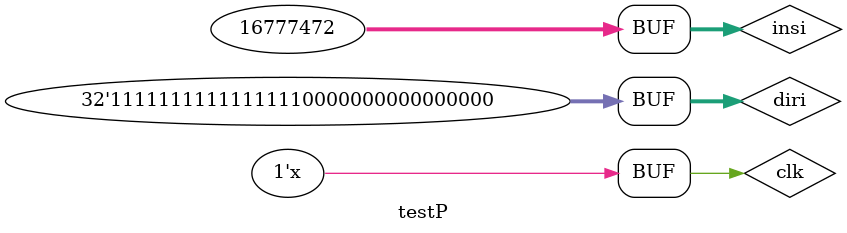
<source format=v>
`timescale 1ns / 1ps


module testP;

	// Inputs
	reg clk;
	reg [31:0] insi;
	reg [31:0] diri;

	// Outputs
	wire [31:0] ins;
	wire [31:0] dir;

	// Instantiate the Unit Under Test (UUT)
	pipeline uut (
		.clk(clk), 
		.ins(ins), 
		.dir(dir), 
		.insi(insi), 
		.diri(diri)
	);

	initial begin
		// Initialize Inputs
		clk = 0;
		insi = 0;
		diri = 0;

		// Wait 100 ns for global reset to finish
		#100;
       diri = 32'b0;
		insi = 32'b0;
		#100;
      diri = 32'h0000FFFF;
		insi = 32'h00110011; 
		#100;
       diri = 32'hFFFF0000;
		insi = 32'h00010001; 
		#100;
       diri = 32'b0;
		insi = 32'b0;
		#100;
      diri = 32'h0000FFFF;
		insi = 32'h00100010; 
		#100;
       diri = 32'hFFFF0000;
		insi = 32'h10001000; 
		#100;
       diri = 32'b0;
		insi = 32'b0;
		#100;
      diri = 32'h0000FFFF;
		insi = 32'h00010001; 
		#100;
       diri = 32'hFFFF0000;
		insi = 32'h01000100; 
		
        
		// Add stimulus here

	end
   always #50 clk = ~clk;   
endmodule


</source>
